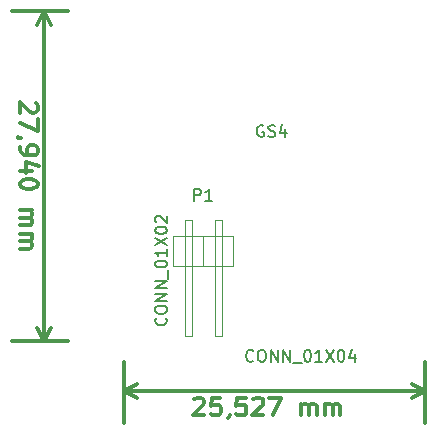
<source format=gbr>
G04 #@! TF.FileFunction,Other,Fab,Top*
%FSLAX46Y46*%
G04 Gerber Fmt 4.6, Leading zero omitted, Abs format (unit mm)*
G04 Created by KiCad (PCBNEW 4.0.6) date 07/30/17 19:43:23*
%MOMM*%
%LPD*%
G01*
G04 APERTURE LIST*
%ADD10C,0.100000*%
%ADD11C,0.300000*%
%ADD12C,0.150000*%
G04 APERTURE END LIST*
D10*
D11*
X131433971Y-70493715D02*
X131505400Y-70565144D01*
X131576829Y-70708001D01*
X131576829Y-71065144D01*
X131505400Y-71208001D01*
X131433971Y-71279430D01*
X131291114Y-71350858D01*
X131148257Y-71350858D01*
X130933971Y-71279430D01*
X130076829Y-70422287D01*
X130076829Y-71350858D01*
X131576829Y-71850858D02*
X131576829Y-72850858D01*
X130076829Y-72208001D01*
X130148257Y-73493714D02*
X130076829Y-73493714D01*
X129933971Y-73422286D01*
X129862543Y-73350857D01*
X130076829Y-74208000D02*
X130076829Y-74493715D01*
X130148257Y-74636572D01*
X130219686Y-74708000D01*
X130433971Y-74850858D01*
X130719686Y-74922286D01*
X131291114Y-74922286D01*
X131433971Y-74850858D01*
X131505400Y-74779429D01*
X131576829Y-74636572D01*
X131576829Y-74350858D01*
X131505400Y-74208000D01*
X131433971Y-74136572D01*
X131291114Y-74065143D01*
X130933971Y-74065143D01*
X130791114Y-74136572D01*
X130719686Y-74208000D01*
X130648257Y-74350858D01*
X130648257Y-74636572D01*
X130719686Y-74779429D01*
X130791114Y-74850858D01*
X130933971Y-74922286D01*
X131076829Y-76208000D02*
X130076829Y-76208000D01*
X131648257Y-75850857D02*
X130576829Y-75493714D01*
X130576829Y-76422286D01*
X131576829Y-77279428D02*
X131576829Y-77422285D01*
X131505400Y-77565142D01*
X131433971Y-77636571D01*
X131291114Y-77708000D01*
X131005400Y-77779428D01*
X130648257Y-77779428D01*
X130362543Y-77708000D01*
X130219686Y-77636571D01*
X130148257Y-77565142D01*
X130076829Y-77422285D01*
X130076829Y-77279428D01*
X130148257Y-77136571D01*
X130219686Y-77065142D01*
X130362543Y-76993714D01*
X130648257Y-76922285D01*
X131005400Y-76922285D01*
X131291114Y-76993714D01*
X131433971Y-77065142D01*
X131505400Y-77136571D01*
X131576829Y-77279428D01*
X130076829Y-79565142D02*
X131076829Y-79565142D01*
X130933971Y-79565142D02*
X131005400Y-79636570D01*
X131076829Y-79779428D01*
X131076829Y-79993713D01*
X131005400Y-80136570D01*
X130862543Y-80207999D01*
X130076829Y-80207999D01*
X130862543Y-80207999D02*
X131005400Y-80279428D01*
X131076829Y-80422285D01*
X131076829Y-80636570D01*
X131005400Y-80779428D01*
X130862543Y-80850856D01*
X130076829Y-80850856D01*
X130076829Y-81565142D02*
X131076829Y-81565142D01*
X130933971Y-81565142D02*
X131005400Y-81636570D01*
X131076829Y-81779428D01*
X131076829Y-81993713D01*
X131005400Y-82136570D01*
X130862543Y-82207999D01*
X130076829Y-82207999D01*
X130862543Y-82207999D02*
X131005400Y-82279428D01*
X131076829Y-82422285D01*
X131076829Y-82636570D01*
X131005400Y-82779428D01*
X130862543Y-82850856D01*
X130076829Y-82850856D01*
X132105400Y-62738000D02*
X132105400Y-90678000D01*
X134137400Y-62738000D02*
X129405400Y-62738000D01*
X134137400Y-90678000D02*
X129405400Y-90678000D01*
X132105400Y-90678000D02*
X131518979Y-89551496D01*
X132105400Y-90678000D02*
X132691821Y-89551496D01*
X132105400Y-62738000D02*
X131518979Y-63864504D01*
X132105400Y-62738000D02*
X132691821Y-63864504D01*
X144814115Y-95587429D02*
X144885544Y-95516000D01*
X145028401Y-95444571D01*
X145385544Y-95444571D01*
X145528401Y-95516000D01*
X145599830Y-95587429D01*
X145671258Y-95730286D01*
X145671258Y-95873143D01*
X145599830Y-96087429D01*
X144742687Y-96944571D01*
X145671258Y-96944571D01*
X147028401Y-95444571D02*
X146314115Y-95444571D01*
X146242686Y-96158857D01*
X146314115Y-96087429D01*
X146456972Y-96016000D01*
X146814115Y-96016000D01*
X146956972Y-96087429D01*
X147028401Y-96158857D01*
X147099829Y-96301714D01*
X147099829Y-96658857D01*
X147028401Y-96801714D01*
X146956972Y-96873143D01*
X146814115Y-96944571D01*
X146456972Y-96944571D01*
X146314115Y-96873143D01*
X146242686Y-96801714D01*
X147814114Y-96873143D02*
X147814114Y-96944571D01*
X147742686Y-97087429D01*
X147671257Y-97158857D01*
X149171258Y-95444571D02*
X148456972Y-95444571D01*
X148385543Y-96158857D01*
X148456972Y-96087429D01*
X148599829Y-96016000D01*
X148956972Y-96016000D01*
X149099829Y-96087429D01*
X149171258Y-96158857D01*
X149242686Y-96301714D01*
X149242686Y-96658857D01*
X149171258Y-96801714D01*
X149099829Y-96873143D01*
X148956972Y-96944571D01*
X148599829Y-96944571D01*
X148456972Y-96873143D01*
X148385543Y-96801714D01*
X149814114Y-95587429D02*
X149885543Y-95516000D01*
X150028400Y-95444571D01*
X150385543Y-95444571D01*
X150528400Y-95516000D01*
X150599829Y-95587429D01*
X150671257Y-95730286D01*
X150671257Y-95873143D01*
X150599829Y-96087429D01*
X149742686Y-96944571D01*
X150671257Y-96944571D01*
X151171257Y-95444571D02*
X152171257Y-95444571D01*
X151528400Y-96944571D01*
X153885542Y-96944571D02*
X153885542Y-95944571D01*
X153885542Y-96087429D02*
X153956970Y-96016000D01*
X154099828Y-95944571D01*
X154314113Y-95944571D01*
X154456970Y-96016000D01*
X154528399Y-96158857D01*
X154528399Y-96944571D01*
X154528399Y-96158857D02*
X154599828Y-96016000D01*
X154742685Y-95944571D01*
X154956970Y-95944571D01*
X155099828Y-96016000D01*
X155171256Y-96158857D01*
X155171256Y-96944571D01*
X155885542Y-96944571D02*
X155885542Y-95944571D01*
X155885542Y-96087429D02*
X155956970Y-96016000D01*
X156099828Y-95944571D01*
X156314113Y-95944571D01*
X156456970Y-96016000D01*
X156528399Y-96158857D01*
X156528399Y-96944571D01*
X156528399Y-96158857D02*
X156599828Y-96016000D01*
X156742685Y-95944571D01*
X156956970Y-95944571D01*
X157099828Y-96016000D01*
X157171256Y-96158857D01*
X157171256Y-96944571D01*
X164363400Y-94868999D02*
X138836400Y-94868999D01*
X164363400Y-92456000D02*
X164363400Y-97568999D01*
X138836400Y-92456000D02*
X138836400Y-97568999D01*
X138836400Y-94868999D02*
X139962904Y-94282578D01*
X138836400Y-94868999D02*
X139962904Y-95455420D01*
X164363400Y-94868999D02*
X163236896Y-94282578D01*
X164363400Y-94868999D02*
X163236896Y-95455420D01*
D10*
X148131000Y-81755000D02*
X145591000Y-81755000D01*
X145591000Y-81755000D02*
X145591000Y-84255000D01*
X145591000Y-84255000D02*
X148131000Y-84255000D01*
X148131000Y-84255000D02*
X148131000Y-81755000D01*
X147181000Y-80355000D02*
X146541000Y-80355000D01*
X146541000Y-80355000D02*
X146541000Y-90255000D01*
X146541000Y-90255000D02*
X147181000Y-90255000D01*
X147181000Y-90255000D02*
X147181000Y-80355000D01*
X145591000Y-81755000D02*
X143051000Y-81755000D01*
X143051000Y-81755000D02*
X143051000Y-84255000D01*
X143051000Y-84255000D02*
X145591000Y-84255000D01*
X145591000Y-84255000D02*
X145591000Y-81755000D01*
X144641000Y-80355000D02*
X144001000Y-80355000D01*
X144001000Y-80355000D02*
X144001000Y-90255000D01*
X144001000Y-90255000D02*
X144641000Y-90255000D01*
X144641000Y-90255000D02*
X144641000Y-80355000D01*
D12*
X142408143Y-88693809D02*
X142455762Y-88741428D01*
X142503381Y-88884285D01*
X142503381Y-88979523D01*
X142455762Y-89122381D01*
X142360524Y-89217619D01*
X142265286Y-89265238D01*
X142074810Y-89312857D01*
X141931952Y-89312857D01*
X141741476Y-89265238D01*
X141646238Y-89217619D01*
X141551000Y-89122381D01*
X141503381Y-88979523D01*
X141503381Y-88884285D01*
X141551000Y-88741428D01*
X141598619Y-88693809D01*
X141503381Y-88074762D02*
X141503381Y-87884285D01*
X141551000Y-87789047D01*
X141646238Y-87693809D01*
X141836714Y-87646190D01*
X142170048Y-87646190D01*
X142360524Y-87693809D01*
X142455762Y-87789047D01*
X142503381Y-87884285D01*
X142503381Y-88074762D01*
X142455762Y-88170000D01*
X142360524Y-88265238D01*
X142170048Y-88312857D01*
X141836714Y-88312857D01*
X141646238Y-88265238D01*
X141551000Y-88170000D01*
X141503381Y-88074762D01*
X142503381Y-87217619D02*
X141503381Y-87217619D01*
X142503381Y-86646190D01*
X141503381Y-86646190D01*
X142503381Y-86170000D02*
X141503381Y-86170000D01*
X142503381Y-85598571D01*
X141503381Y-85598571D01*
X142598619Y-85360476D02*
X142598619Y-84598571D01*
X141503381Y-84170000D02*
X141503381Y-84074761D01*
X141551000Y-83979523D01*
X141598619Y-83931904D01*
X141693857Y-83884285D01*
X141884333Y-83836666D01*
X142122429Y-83836666D01*
X142312905Y-83884285D01*
X142408143Y-83931904D01*
X142455762Y-83979523D01*
X142503381Y-84074761D01*
X142503381Y-84170000D01*
X142455762Y-84265238D01*
X142408143Y-84312857D01*
X142312905Y-84360476D01*
X142122429Y-84408095D01*
X141884333Y-84408095D01*
X141693857Y-84360476D01*
X141598619Y-84312857D01*
X141551000Y-84265238D01*
X141503381Y-84170000D01*
X142503381Y-82884285D02*
X142503381Y-83455714D01*
X142503381Y-83170000D02*
X141503381Y-83170000D01*
X141646238Y-83265238D01*
X141741476Y-83360476D01*
X141789095Y-83455714D01*
X141503381Y-82550952D02*
X142503381Y-81884285D01*
X141503381Y-81884285D02*
X142503381Y-82550952D01*
X141503381Y-81312857D02*
X141503381Y-81217618D01*
X141551000Y-81122380D01*
X141598619Y-81074761D01*
X141693857Y-81027142D01*
X141884333Y-80979523D01*
X142122429Y-80979523D01*
X142312905Y-81027142D01*
X142408143Y-81074761D01*
X142455762Y-81122380D01*
X142503381Y-81217618D01*
X142503381Y-81312857D01*
X142455762Y-81408095D01*
X142408143Y-81455714D01*
X142312905Y-81503333D01*
X142122429Y-81550952D01*
X141884333Y-81550952D01*
X141693857Y-81503333D01*
X141598619Y-81455714D01*
X141551000Y-81408095D01*
X141503381Y-81312857D01*
X141598619Y-80598571D02*
X141551000Y-80550952D01*
X141503381Y-80455714D01*
X141503381Y-80217618D01*
X141551000Y-80122380D01*
X141598619Y-80074761D01*
X141693857Y-80027142D01*
X141789095Y-80027142D01*
X141931952Y-80074761D01*
X142503381Y-80646190D01*
X142503381Y-80027142D01*
X144802105Y-78775381D02*
X144802105Y-77775381D01*
X145183058Y-77775381D01*
X145278296Y-77823000D01*
X145325915Y-77870619D01*
X145373534Y-77965857D01*
X145373534Y-78108714D01*
X145325915Y-78203952D01*
X145278296Y-78251571D01*
X145183058Y-78299190D01*
X144802105Y-78299190D01*
X146325915Y-78775381D02*
X145754486Y-78775381D01*
X146040200Y-78775381D02*
X146040200Y-77775381D01*
X145944962Y-77918238D01*
X145849724Y-78013476D01*
X145754486Y-78061095D01*
X149823991Y-92295343D02*
X149776372Y-92342962D01*
X149633515Y-92390581D01*
X149538277Y-92390581D01*
X149395419Y-92342962D01*
X149300181Y-92247724D01*
X149252562Y-92152486D01*
X149204943Y-91962010D01*
X149204943Y-91819152D01*
X149252562Y-91628676D01*
X149300181Y-91533438D01*
X149395419Y-91438200D01*
X149538277Y-91390581D01*
X149633515Y-91390581D01*
X149776372Y-91438200D01*
X149823991Y-91485819D01*
X150443038Y-91390581D02*
X150633515Y-91390581D01*
X150728753Y-91438200D01*
X150823991Y-91533438D01*
X150871610Y-91723914D01*
X150871610Y-92057248D01*
X150823991Y-92247724D01*
X150728753Y-92342962D01*
X150633515Y-92390581D01*
X150443038Y-92390581D01*
X150347800Y-92342962D01*
X150252562Y-92247724D01*
X150204943Y-92057248D01*
X150204943Y-91723914D01*
X150252562Y-91533438D01*
X150347800Y-91438200D01*
X150443038Y-91390581D01*
X151300181Y-92390581D02*
X151300181Y-91390581D01*
X151871610Y-92390581D01*
X151871610Y-91390581D01*
X152347800Y-92390581D02*
X152347800Y-91390581D01*
X152919229Y-92390581D01*
X152919229Y-91390581D01*
X153157324Y-92485819D02*
X153919229Y-92485819D01*
X154347800Y-91390581D02*
X154443039Y-91390581D01*
X154538277Y-91438200D01*
X154585896Y-91485819D01*
X154633515Y-91581057D01*
X154681134Y-91771533D01*
X154681134Y-92009629D01*
X154633515Y-92200105D01*
X154585896Y-92295343D01*
X154538277Y-92342962D01*
X154443039Y-92390581D01*
X154347800Y-92390581D01*
X154252562Y-92342962D01*
X154204943Y-92295343D01*
X154157324Y-92200105D01*
X154109705Y-92009629D01*
X154109705Y-91771533D01*
X154157324Y-91581057D01*
X154204943Y-91485819D01*
X154252562Y-91438200D01*
X154347800Y-91390581D01*
X155633515Y-92390581D02*
X155062086Y-92390581D01*
X155347800Y-92390581D02*
X155347800Y-91390581D01*
X155252562Y-91533438D01*
X155157324Y-91628676D01*
X155062086Y-91676295D01*
X155966848Y-91390581D02*
X156633515Y-92390581D01*
X156633515Y-91390581D02*
X155966848Y-92390581D01*
X157204943Y-91390581D02*
X157300182Y-91390581D01*
X157395420Y-91438200D01*
X157443039Y-91485819D01*
X157490658Y-91581057D01*
X157538277Y-91771533D01*
X157538277Y-92009629D01*
X157490658Y-92200105D01*
X157443039Y-92295343D01*
X157395420Y-92342962D01*
X157300182Y-92390581D01*
X157204943Y-92390581D01*
X157109705Y-92342962D01*
X157062086Y-92295343D01*
X157014467Y-92200105D01*
X156966848Y-92009629D01*
X156966848Y-91771533D01*
X157014467Y-91581057D01*
X157062086Y-91485819D01*
X157109705Y-91438200D01*
X157204943Y-91390581D01*
X158395420Y-91723914D02*
X158395420Y-92390581D01*
X158157324Y-91342962D02*
X157919229Y-92057248D01*
X158538277Y-92057248D01*
X150668124Y-72394600D02*
X150572886Y-72346981D01*
X150430029Y-72346981D01*
X150287171Y-72394600D01*
X150191933Y-72489838D01*
X150144314Y-72585076D01*
X150096695Y-72775552D01*
X150096695Y-72918410D01*
X150144314Y-73108886D01*
X150191933Y-73204124D01*
X150287171Y-73299362D01*
X150430029Y-73346981D01*
X150525267Y-73346981D01*
X150668124Y-73299362D01*
X150715743Y-73251743D01*
X150715743Y-72918410D01*
X150525267Y-72918410D01*
X151096695Y-73299362D02*
X151239552Y-73346981D01*
X151477648Y-73346981D01*
X151572886Y-73299362D01*
X151620505Y-73251743D01*
X151668124Y-73156505D01*
X151668124Y-73061267D01*
X151620505Y-72966029D01*
X151572886Y-72918410D01*
X151477648Y-72870790D01*
X151287171Y-72823171D01*
X151191933Y-72775552D01*
X151144314Y-72727933D01*
X151096695Y-72632695D01*
X151096695Y-72537457D01*
X151144314Y-72442219D01*
X151191933Y-72394600D01*
X151287171Y-72346981D01*
X151525267Y-72346981D01*
X151668124Y-72394600D01*
X152525267Y-72680314D02*
X152525267Y-73346981D01*
X152287171Y-72299362D02*
X152049076Y-73013648D01*
X152668124Y-73013648D01*
M02*

</source>
